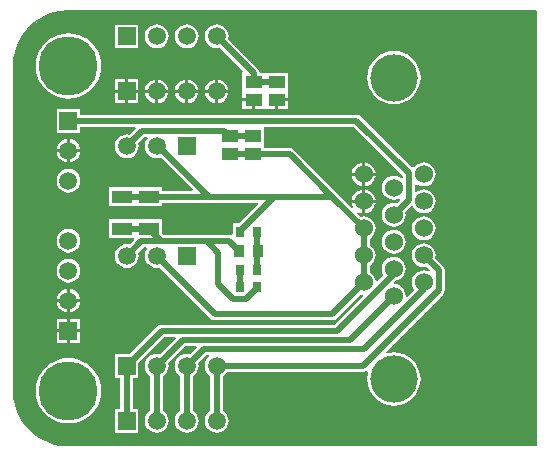
<source format=gtl>
%FSDAX24Y24*%
%MOIN*%
%SFA1B1*%

%IPPOS*%
%ADD10R,0.037400X0.039400*%
%ADD11R,0.027600X0.035400*%
%ADD12R,0.055100X0.043300*%
%ADD13R,0.066900X0.043300*%
%ADD14C,0.020000*%
%ADD15C,0.157500*%
%ADD16C,0.060000*%
%ADD17R,0.059100X0.059100*%
%ADD18C,0.059100*%
%ADD19R,0.059100X0.059100*%
%ADD20C,0.196900*%
%ADD21C,0.010000*%
%ADD23C,0.005000*%
%ADD34C,0.040000*%
%ADD35C,0.080000*%
%LNdistro_layout_top_buck-1*%
%LPD*%
G54D23*
X-000001Y012649D02*
X015570D01*
Y-001822*
X-000001*
X-000007Y-001822*
X-000237Y-001808*
X-000472Y-001761*
X-000698Y-001684*
X-000911Y-001579*
X-001110Y-001447*
X-001289Y-001289*
X-001447Y-001110*
X-001579Y-000911*
X-001684Y-000698*
X-001761Y-000472*
X-001808Y-000237*
X-001822Y-000007*
X-001822Y-000001*
Y010828*
X-001822Y010834*
X-001808Y011064*
X-001761Y011298*
X-001684Y011524*
X-001579Y011738*
X-001447Y011936*
X-001289Y012116*
X-001110Y012274*
X-000911Y012406*
X-000698Y012511*
X-000472Y012588*
X-000237Y012635*
X-000007Y012649*
X-000001Y012649*
G54D21*
X-000005Y012599D02*
X015520D01*
Y-001772*
X-000005*
X-000009Y-001772*
X-000231Y-001758*
X-000459Y-001713*
X-000679Y-001638*
X-000886Y-001535*
X-001080Y-001407*
X-001253Y-001253*
X-001407Y-001080*
X-001535Y-000886*
X-001638Y-000679*
X-001713Y-000459*
X-001758Y-000231*
X-001772Y-000009*
X-001772Y-000005*
Y010832*
X-001772Y010836*
X-001758Y011058*
X-001713Y011285*
X-001638Y011505*
X-001535Y011713*
X-001407Y011906*
X-001253Y012080*
X-001080Y012234*
X-000886Y012362*
X-000679Y012465*
X-000459Y012540*
X-000231Y012585*
X-000009Y012599*
X-000005Y012599*
G54D14*
X-000012Y012499D02*
X015420D01*
Y-001672*
X-000012*
X-000013Y-001672*
X-000218Y-001659*
X-000433Y-001616*
X-000640Y-001546*
X-000836Y-001449*
X-001019Y-001327*
X-001183Y-001183*
X-001327Y-001019*
X-001449Y-000836*
X-001546Y-000640*
X-001616Y-000433*
X-001659Y-000218*
X-001672Y-000013*
X-001672Y-000012*
Y010839*
X-001672Y010840*
X-001659Y011045*
X-001616Y011259*
X-001545Y011466*
X-001449Y011663*
X-001327Y011845*
X-001182Y012010*
X-001019Y012154*
X-000836Y012276*
X-000640Y012373*
X-000433Y012443*
X-000218Y012486*
X-000013Y012499*
X-000012Y012499*
G54D34*
X-000025Y012299D02*
X015220D01*
Y-001472*
X-000025*
X-000020Y-001471*
X-000192Y-001460*
X-000381Y-001422*
X-000563Y-001360*
X-000736Y-001275*
X-000897Y-001168*
X-001041Y-001041*
X-001168Y-000897*
X-001275Y-000736*
X-001360Y-000563*
X-001422Y-000381*
X-001460Y-000192*
X-001471Y-000020*
X-001472Y-000025*
Y010852*
X-001471Y010847*
X-001460Y011019*
X-001423Y011207*
X-001360Y011390*
X-001275Y011563*
X-001168Y011723*
X-001040Y011868*
X-000897Y011995*
X-000736Y012102*
X-000563Y012187*
X-000381Y012249*
X-000192Y012287*
X-000020Y012298*
X-000025Y012299*
G54D35*
X005860Y011899D02*
X014820D01*
Y-001071*
X005860*
X003988Y-001327*
X-000140Y-001062*
X-000278Y-001035*
X-000409Y-000990*
X-000536Y-000928*
X-000652Y-000850*
X-000757Y-000757*
X-000850Y-000652*
X-000928Y-000536*
X-000990Y-000409*
X-001035Y-000278*
X-001062Y-000140*
X-001327Y003988*
X-001072Y005860*
Y004966*
X-001327Y006837*
X-001062Y010967*
X-001035Y011103*
X-000990Y011236*
X-000928Y011363*
X-000850Y011479*
X-000757Y011585*
X-000652Y011677*
X-000536Y011755*
X-000409Y011817*
X-000278Y011862*
X-000140Y011889*
X003988Y012154*
X005860Y011899*
X-000520Y-000920D02*
X014820D01*
X-000920Y-000120D02*
X014820D01*
X-000920Y000680D02*
X014820D01*
X-001120Y001480D02*
X014820D01*
X-001120Y002280D02*
X014820D01*
X-001120Y003080D02*
X014820D01*
X-001120Y003880D02*
X014820D01*
X-001120Y004680D02*
X014820D01*
X-001120Y005480D02*
X014820D01*
X-001120Y006280D02*
X014820D01*
X-001120Y007080D02*
X014820D01*
X-001120Y007880D02*
X014820D01*
X-001120Y008680D02*
X014820D01*
X-001120Y009480D02*
X014820D01*
X-000920Y010280D02*
X014820D01*
X-000920Y011080D02*
X014820D01*
X-000120Y011880D02*
X014820D01*
%LNdistro_layout_top_buck-2*%
%LPC*%
G36*
X009893Y006710D02*
Y006363D01*
X010239*
X010232Y006418*
X010192Y006515*
X010128Y006599*
X010044Y006663*
X009947Y006703*
X009893Y006710*
G37*
G36*
X000000Y007399D02*
X-000103Y007385D01*
X-000199Y007345*
X-000282Y007282*
X-000345Y007199*
X-000385Y007103*
X-000399Y007000*
X-000385Y006897*
X-000345Y006801*
X-000282Y006718*
X-000199Y006655*
X-000103Y006615*
X000000Y006601*
X000103Y006615*
X000199Y006655*
X000282Y006718*
X000345Y006801*
X000385Y006897*
X000399Y007000*
X000385Y007103*
X000345Y007199*
X000282Y007282*
X000199Y007345*
X000103Y007385*
X000000Y007399*
G37*
G36*
X009793Y007163D02*
X009446D01*
X009453Y007109*
X009493Y007012*
X009557Y006928*
X009641Y006864*
X009738Y006824*
X009793Y006817*
Y007163*
G37*
G36*
X011843Y005817D02*
X011738Y005803D01*
X011641Y005763*
X011557Y005699*
X011493Y005615*
X011453Y005518*
X011439Y005413*
X011453Y005309*
X011493Y005212*
X011557Y005128*
X011641Y005064*
X011738Y005024*
X011843Y005010*
X011947Y005024*
X012044Y005064*
X012128Y005128*
X012192Y005212*
X012232Y005309*
X012246Y005413*
X012232Y005518*
X012192Y005615*
X012128Y005699*
X012044Y005763*
X011947Y005803*
X011843Y005817*
G37*
G36*
X010239Y006263D02*
X009893D01*
Y005917*
X009947Y005924*
X010044Y005964*
X010128Y006028*
X010192Y006112*
X010232Y006209*
X010239Y006263*
G37*
G36*
X009793Y006710D02*
X009738Y006703D01*
X009641Y006663*
X009557Y006599*
X009493Y006515*
X009453Y006418*
X009446Y006363*
X009793*
Y006710*
G37*
G36*
X009893Y007610D02*
Y007263D01*
X010239*
X010232Y007318*
X010192Y007415*
X010128Y007499*
X010044Y007563*
X009947Y007603*
X009893Y007610*
G37*
G36*
X-000050Y007950D02*
X-000392D01*
X-000385Y007897*
X-000345Y007801*
X-000282Y007718*
X-000199Y007655*
X-000103Y007615*
X-000050Y007608*
Y007950*
G37*
G36*
X000392D02*
X000050D01*
Y007608*
X000103Y007615*
X000199Y007655*
X000282Y007718*
X000345Y007801*
X000385Y007897*
X000392Y007950*
G37*
G36*
X010239Y007163D02*
X009893D01*
Y006817*
X009947Y006824*
X010044Y006864*
X010128Y006928*
X010192Y007012*
X010232Y007109*
X010239Y007163*
G37*
G36*
X000395Y009395D02*
X-000395D01*
Y008605*
X000395*
Y008796*
X002229*
X002248Y008750*
X002034Y008537*
X001937Y008549*
X001834Y008536*
X001738Y008496*
X001655Y008433*
X001592Y008350*
X001552Y008254*
X001538Y008151*
X001552Y008048*
X001592Y007951*
X001655Y007869*
X001738Y007805*
X001834Y007766*
X001937Y007752*
X002040Y007766*
X002136Y007805*
X002219Y007869*
X002282Y007951*
X002322Y008048*
X002336Y008151*
X002323Y008248*
X002534Y008460*
X002613*
X002638Y008410*
X002592Y008350*
X002552Y008254*
X002538Y008151*
X002552Y008048*
X002592Y007951*
X002655Y007869*
X002738Y007805*
X002834Y007766*
X002937Y007752*
X003040Y007766*
X003080Y007782*
X004143Y006719*
X004124Y006672*
X003113*
Y006785*
X002244*
X002226*
X001357*
Y006152*
X002226*
X002244*
X003113*
Y006265*
X006308*
X006327Y006218*
X005686Y005577*
X005467*
Y005209*
X005417Y005178*
X005358Y005190*
X003183*
X003113Y005259*
Y005722*
X002244*
X002226*
X001357*
Y005089*
X002176*
X002197Y005039*
X002034Y004876*
X001937Y004889*
X001834Y004876*
X001738Y004836*
X001655Y004772*
X001592Y004690*
X001552Y004594*
X001538Y004490*
X001552Y004387*
X001592Y004291*
X001655Y004209*
X001738Y004145*
X001834Y004105*
X001937Y004092*
X002040Y004105*
X002136Y004145*
X002219Y004209*
X002282Y004291*
X002322Y004387*
X002336Y004490*
X002323Y004588*
X002517Y004782*
X002599*
X002624Y004732*
X002592Y004690*
X002552Y004594*
X002538Y004490*
X002552Y004387*
X002592Y004291*
X002655Y004209*
X002738Y004145*
X002834Y004105*
X002937Y004092*
X003034Y004105*
X004723Y002416*
X004789Y002372*
X004867Y002356*
X008789*
X008867Y002372*
X008934Y002416*
X009741Y003223*
X009794Y003216*
X009811Y003164*
X008852Y002204*
X003107*
X003029Y002188*
X002963Y002144*
X002044Y001225*
X001542*
Y000435*
X001733*
Y-000605*
X001542*
Y-001395*
X002332*
Y-000605*
X002141*
Y000435*
X002332*
Y000937*
X003191Y001796*
X003549*
X003568Y001750*
X003034Y001216*
X002937Y001229*
X002834Y001215*
X002738Y001175*
X002655Y001112*
X002592Y001029*
X002552Y000933*
X002538Y000830*
X002552Y000727*
X002592Y000631*
X002655Y000548*
X002733Y000488*
Y-000658*
X002655Y-000718*
X002592Y-000801*
X002552Y-000897*
X002538Y-001000*
X002552Y-001103*
X002592Y-001199*
X002655Y-001282*
X002738Y-001345*
X002834Y-001385*
X002937Y-001399*
X003040Y-001385*
X003136Y-001345*
X003219Y-001282*
X003282Y-001199*
X003322Y-001103*
X003336Y-001000*
X003322Y-000897*
X003282Y-000801*
X003219Y-000718*
X003141Y-000658*
Y000488*
X003219Y000548*
X003282Y000631*
X003322Y000727*
X003336Y000830*
X003323Y000928*
X003891Y001496*
X004249*
X004268Y001450*
X004034Y001216*
X003937Y001229*
X003834Y001215*
X003738Y001175*
X003655Y001112*
X003592Y001029*
X003552Y000933*
X003538Y000830*
X003552Y000727*
X003592Y000631*
X003655Y000548*
X003733Y000488*
Y-000658*
X003655Y-000718*
X003592Y-000801*
X003552Y-000897*
X003538Y-001000*
X003552Y-001103*
X003592Y-001199*
X003655Y-001282*
X003738Y-001345*
X003834Y-001385*
X003937Y-001399*
X004040Y-001385*
X004136Y-001345*
X004219Y-001282*
X004282Y-001199*
X004322Y-001103*
X004336Y-001000*
X004322Y-000897*
X004282Y-000801*
X004219Y-000718*
X004141Y-000658*
Y000488*
X004219Y000548*
X004282Y000631*
X004322Y000727*
X004336Y000830*
X004323Y000928*
X004591Y001196*
X004682*
X004699Y001146*
X004655Y001112*
X004592Y001029*
X004552Y000933*
X004538Y000830*
X004552Y000727*
X004592Y000631*
X004655Y000548*
X004733Y000488*
Y-000658*
X004655Y-000718*
X004592Y-000801*
X004552Y-000897*
X004538Y-001000*
X004552Y-001103*
X004592Y-001199*
X004655Y-001282*
X004738Y-001345*
X004834Y-001385*
X004937Y-001399*
X005040Y-001385*
X005136Y-001345*
X005219Y-001282*
X005282Y-001199*
X005322Y-001103*
X005336Y-001000*
X005322Y-000897*
X005282Y-000801*
X005219Y-000718*
X005141Y-000658*
Y000488*
X005219Y000548*
X005279Y000626*
X009830*
X009908Y000642*
X009947Y000667*
X009989Y000636*
X009968Y000566*
X009951Y000392*
X009968Y000218*
X010019Y000050*
X010101Y-000104*
X010212Y-000239*
X010347Y-000350*
X010501Y-000432*
X010669Y-000483*
X010843Y-000500*
X011016Y-000483*
X011184Y-000432*
X011338Y-000350*
X011473Y-000239*
X011584Y-000104*
X011666Y000050*
X011717Y000218*
X011734Y000392*
X011717Y000566*
X011666Y000733*
X011584Y000887*
X011473Y001022*
X011338Y001133*
X011184Y001216*
X011016Y001266*
X010843Y001283*
X010669Y001266*
X010604Y001247*
X010578Y001289*
X012487Y003198*
X012531Y003264*
X012546Y003343*
Y004013*
X012531Y004091*
X012487Y004158*
X012233Y004412*
X012246Y004513*
X012232Y004618*
X012192Y004715*
X012128Y004799*
X012044Y004863*
X011947Y004903*
X011843Y004917*
X011738Y004903*
X011641Y004863*
X011557Y004799*
X011493Y004715*
X011453Y004618*
X011439Y004513*
X011453Y004409*
X011493Y004312*
X011557Y004228*
X011641Y004164*
X011738Y004124*
X011843Y004110*
X011944Y004123*
X012055Y004012*
X012027Y003970*
X011947Y004003*
X011843Y004017*
X011738Y004003*
X011641Y003963*
X011557Y003899*
X011493Y003815*
X011453Y003718*
X011439Y003613*
X011453Y003509*
X011493Y003412*
X011528Y003366*
X011289Y003127*
X011244Y003149*
X011246Y003163*
X011232Y003268*
X011192Y003365*
X011128Y003449*
X011044Y003513*
X010947Y003553*
X010860Y003565*
X010838Y003613*
X010891Y003666*
X010947Y003674*
X011044Y003714*
X011128Y003778*
X011192Y003862*
X011232Y003959*
X011246Y004063*
X011232Y004168*
X011192Y004265*
X011128Y004349*
X011044Y004413*
X010947Y004453*
X010843Y004467*
X010738Y004453*
X010641Y004413*
X010557Y004349*
X010493Y004265*
X010453Y004168*
X010439Y004063*
X010453Y003959*
X010493Y003862*
X010500Y003852*
X010292Y003644*
X010240Y003662*
X010232Y003718*
X010192Y003815*
X010128Y003899*
X010046Y003961*
Y004166*
X010128Y004228*
X010192Y004312*
X010232Y004409*
X010246Y004513*
X010232Y004618*
X010192Y004715*
X010128Y004799*
X010046Y004861*
Y005066*
X010128Y005128*
X010192Y005212*
X010232Y005309*
X010246Y005413*
X010232Y005518*
X010192Y005615*
X010128Y005699*
X010044Y005763*
X009947Y005803*
X009843Y005817*
X009741Y005803*
X009630Y005914*
X009658Y005957*
X009738Y005924*
X009793Y005917*
Y006263*
X009446*
X009453Y006209*
X009486Y006129*
X009444Y006101*
X008932Y006613*
X007513Y008031*
X007447Y008075*
X007369Y008091*
X006526*
Y008794*
X006575Y008796*
X009516*
X011139Y007173*
Y007103*
X011089Y007079*
X011044Y007113*
X010947Y007153*
X010843Y007167*
X010738Y007153*
X010641Y007113*
X010557Y007049*
X010493Y006965*
X010453Y006868*
X010439Y006763*
X010453Y006659*
X010493Y006562*
X010557Y006478*
X010641Y006414*
X010738Y006374*
X010843Y006360*
X010947Y006374*
X011027Y006407*
X011055Y006364*
X010944Y006253*
X010843Y006267*
X010738Y006253*
X010641Y006213*
X010557Y006149*
X010493Y006065*
X010453Y005968*
X010439Y005863*
X010453Y005759*
X010493Y005662*
X010557Y005578*
X010641Y005514*
X010738Y005474*
X010843Y005460*
X010947Y005474*
X011044Y005514*
X011128Y005578*
X011192Y005662*
X011232Y005759*
X011246Y005863*
X011233Y005965*
X011428Y006160*
X011477Y006151*
X011493Y006112*
X011557Y006028*
X011641Y005964*
X011738Y005924*
X011843Y005910*
X011947Y005924*
X012044Y005964*
X012128Y006028*
X012192Y006112*
X012232Y006209*
X012246Y006313*
X012232Y006418*
X012192Y006515*
X012128Y006599*
X012044Y006663*
X011947Y006703*
X011843Y006717*
X011738Y006703*
X011641Y006663*
X011596Y006629*
X011546Y006653*
Y006873*
X011596Y006898*
X011641Y006864*
X011738Y006824*
X011843Y006810*
X011947Y006824*
X012044Y006864*
X012128Y006928*
X012192Y007012*
X012232Y007109*
X012246Y007213*
X012232Y007318*
X012192Y007415*
X012128Y007499*
X012044Y007563*
X011947Y007603*
X011843Y007617*
X011738Y007603*
X011641Y007563*
X011557Y007499*
X011515Y007444*
X011452Y007437*
X011451Y007438*
X009744Y009144*
X009678Y009188*
X009600Y009204*
X000395*
Y009395*
G37*
G36*
X009793Y007610D02*
X009738Y007603D01*
X009641Y007563*
X009557Y007499*
X009493Y007415*
X009453Y007318*
X009446Y007263*
X009793*
Y007610*
G37*
G36*
X-000050Y002395D02*
X-000395D01*
Y002050*
X-000050*
Y002395*
G37*
G36*
X000395D02*
X000050D01*
Y002050*
X000395*
Y002395*
G37*
G36*
X-000050Y002950D02*
X-000392D01*
X-000385Y002897*
X-000345Y002801*
X-000282Y002718*
X-000199Y002655*
X-000103Y002615*
X-000050Y002608*
Y002950*
G37*
G36*
X000000Y001088D02*
X-000170Y001074D01*
X-000336Y001034*
X-000494Y000969*
X-000639Y000880*
X-000769Y000769*
X-000880Y000639*
X-000969Y000494*
X-001034Y000336*
X-001074Y000170*
X-001088Y000000*
X-001074Y-000170*
X-001034Y-000336*
X-000969Y-000494*
X-000880Y-000639*
X-000769Y-000769*
X-000639Y-000880*
X-000494Y-000969*
X-000336Y-001034*
X-000170Y-001074*
X000000Y-001088*
X000170Y-001074*
X000336Y-001034*
X000494Y-000969*
X000639Y-000880*
X000769Y-000769*
X000880Y-000639*
X000969Y-000494*
X001034Y-000336*
X001074Y-000170*
X001088Y000000*
X001074Y000170*
X001034Y000336*
X000969Y000494*
X000880Y000639*
X000769Y000769*
X000639Y000880*
X000494Y000969*
X000336Y001034*
X000170Y001074*
X000000Y001088*
G37*
G36*
X-000050Y001950D02*
X-000395D01*
Y001605*
X-000050*
Y001950*
G37*
G36*
X000395D02*
X000050D01*
Y001605*
X000395*
Y001950*
G37*
G36*
X000000Y004399D02*
X-000103Y004385D01*
X-000199Y004345*
X-000282Y004282*
X-000345Y004199*
X-000385Y004103*
X-000399Y004000*
X-000385Y003897*
X-000345Y003801*
X-000282Y003718*
X-000199Y003655*
X-000103Y003615*
X000000Y003601*
X000103Y003615*
X000199Y003655*
X000282Y003718*
X000345Y003801*
X000385Y003897*
X000399Y004000*
X000385Y004103*
X000345Y004199*
X000282Y004282*
X000199Y004345*
X000103Y004385*
X000000Y004399*
G37*
G36*
X010843Y005367D02*
X010738Y005353D01*
X010641Y005313*
X010557Y005249*
X010493Y005165*
X010453Y005068*
X010439Y004963*
X010453Y004859*
X010493Y004762*
X010557Y004678*
X010641Y004614*
X010738Y004574*
X010843Y004560*
X010947Y004574*
X011044Y004614*
X011128Y004678*
X011192Y004762*
X011232Y004859*
X011246Y004963*
X011232Y005068*
X011192Y005165*
X011128Y005249*
X011044Y005313*
X010947Y005353*
X010843Y005367*
G37*
G36*
X000000Y005399D02*
X-000103Y005385D01*
X-000199Y005345*
X-000282Y005282*
X-000345Y005199*
X-000385Y005103*
X-000399Y005000*
X-000385Y004897*
X-000345Y004801*
X-000282Y004718*
X-000199Y004655*
X-000103Y004615*
X000000Y004601*
X000103Y004615*
X000199Y004655*
X000282Y004718*
X000345Y004801*
X000385Y004897*
X000399Y005000*
X000385Y005103*
X000345Y005199*
X000282Y005282*
X000199Y005345*
X000103Y005385*
X000000Y005399*
G37*
G36*
X000392Y002950D02*
X000050D01*
Y002608*
X000103Y002615*
X000199Y002655*
X000282Y002718*
X000345Y002801*
X000385Y002897*
X000392Y002950*
G37*
G36*
X-000050Y003392D02*
X-000103Y003385D01*
X-000199Y003345*
X-000282Y003282*
X-000345Y003199*
X-000385Y003103*
X-000392Y003050*
X-000050*
Y003392*
G37*
G36*
X000050D02*
Y003050D01*
X000392*
X000385Y003103*
X000345Y003199*
X000282Y003282*
X000199Y003345*
X000103Y003385*
X000050Y003392*
G37*
G36*
X-000050Y008392D02*
X-000103Y008385D01*
X-000199Y008345*
X-000282Y008282*
X-000345Y008199*
X-000385Y008103*
X-000392Y008050*
X-000050*
Y008392*
G37*
G36*
X002887Y010373D02*
X002834Y010366D01*
X002738Y010326*
X002655Y010263*
X002592Y010180*
X002552Y010084*
X002545Y010031*
X002887*
Y010373*
G37*
G36*
X002987D02*
Y010031D01*
X003329*
X003322Y010084*
X003282Y010180*
X003219Y010263*
X003136Y010326*
X003040Y010366*
X002987Y010373*
G37*
G36*
X003887D02*
X003834Y010366D01*
X003738Y010326*
X003655Y010263*
X003592Y010180*
X003552Y010084*
X003545Y010031*
X003887*
Y010373*
G37*
G36*
X000000Y011914D02*
X-000170Y011901D01*
X-000336Y011861*
X-000494Y011796*
X-000639Y011707*
X-000769Y011596*
X-000880Y011466*
X-000969Y011321*
X-001034Y011163*
X-001074Y010997*
X-001088Y010827*
X-001074Y010657*
X-001034Y010491*
X-000969Y010333*
X-000880Y010187*
X-000769Y010058*
X-000639Y009947*
X-000494Y009858*
X-000336Y009792*
X-000170Y009753*
X000000Y009739*
X000170Y009753*
X000336Y009792*
X000494Y009858*
X000639Y009947*
X000769Y010058*
X000880Y010187*
X000969Y010333*
X001034Y010491*
X001074Y010657*
X001088Y010827*
X001074Y010997*
X001034Y011163*
X000969Y011321*
X000880Y011466*
X000769Y011596*
X000639Y011707*
X000494Y011796*
X000336Y011861*
X000170Y011901*
X000000Y011914*
G37*
G36*
X001887Y010376D02*
X001542D01*
Y010031*
X001887*
Y010376*
G37*
G36*
X002332D02*
X001987D01*
Y010031*
X002332*
Y010376*
G37*
G36*
X002937Y012210D02*
X002834Y012196D01*
X002738Y012156*
X002655Y012093*
X002592Y012010*
X002552Y011914*
X002538Y011811*
X002552Y011708*
X002592Y011612*
X002655Y011529*
X002738Y011466*
X002834Y011426*
X002937Y011412*
X003040Y011426*
X003136Y011466*
X003219Y011529*
X003282Y011612*
X003322Y011708*
X003336Y011811*
X003322Y011914*
X003282Y012010*
X003219Y012093*
X003136Y012156*
X003040Y012196*
X002937Y012210*
G37*
G36*
X003937D02*
X003834Y012196D01*
X003738Y012156*
X003655Y012093*
X003592Y012010*
X003552Y011914*
X003538Y011811*
X003552Y011708*
X003592Y011612*
X003655Y011529*
X003738Y011466*
X003834Y011426*
X003937Y011412*
X004040Y011426*
X004136Y011466*
X004219Y011529*
X004282Y011612*
X004322Y011708*
X004336Y011811*
X004322Y011914*
X004282Y012010*
X004219Y012093*
X004136Y012156*
X004040Y012196*
X003937Y012210*
G37*
G36*
X002332Y012206D02*
X001542D01*
Y011416*
X002332*
Y012206*
G37*
G36*
X003987Y010373D02*
Y010031D01*
X004329*
X004322Y010084*
X004282Y010180*
X004219Y010263*
X004136Y010326*
X004040Y010366*
X003987Y010373*
G37*
G36*
X004887D02*
X004834Y010366D01*
X004738Y010326*
X004655Y010263*
X004592Y010180*
X004552Y010084*
X004545Y010031*
X004887*
Y010373*
G37*
G36*
X004987D02*
Y010031D01*
X005329*
X005322Y010084*
X005282Y010180*
X005219Y010263*
X005136Y010326*
X005040Y010366*
X004987Y010373*
G37*
G36*
X005329Y009931D02*
X004987D01*
Y009589*
X005040Y009596*
X005136Y009636*
X005219Y009699*
X005282Y009782*
X005322Y009878*
X005329Y009931*
G37*
G36*
X007314Y009648D02*
X006988D01*
Y009382*
X007314*
Y009648*
G37*
G36*
X010843Y011327D02*
X010669Y011310D01*
X010501Y011259*
X010347Y011176*
X010212Y011066*
X010101Y010930*
X010019Y010776*
X009968Y010609*
X009951Y010435*
X009968Y010261*
X010019Y010094*
X010101Y009940*
X010212Y009805*
X010347Y009694*
X010501Y009611*
X010669Y009560*
X010843Y009543*
X011016Y009560*
X011184Y009611*
X011338Y009694*
X011473Y009805*
X011584Y009940*
X011666Y010094*
X011717Y010261*
X011734Y010435*
X011717Y010609*
X011666Y010776*
X011584Y010930*
X011473Y011066*
X011338Y011176*
X011184Y011259*
X011016Y011310*
X010843Y011327*
G37*
G36*
X001887Y009931D02*
X001542D01*
Y009586*
X001887*
Y009931*
G37*
G36*
X000050Y008392D02*
Y008050D01*
X000392*
X000385Y008103*
X000345Y008199*
X000282Y008282*
X000199Y008345*
X000103Y008385*
X000050Y008392*
G37*
G36*
X004937Y012210D02*
X004834Y012196D01*
X004738Y012156*
X004655Y012093*
X004592Y012010*
X004552Y011914*
X004538Y011811*
X004552Y011708*
X004592Y011612*
X004655Y011529*
X004738Y011466*
X004834Y011426*
X004937Y011412*
X005034Y011425*
X005811Y010648*
X005793Y010605*
Y009972*
Y009748*
X006169*
Y009698*
X006219*
Y009382*
X006545*
Y009381*
X006563*
Y009382*
X006888*
Y009698*
X006938*
Y009748*
X007314*
Y009972*
Y010605*
X006563*
X006545*
X006368*
X006357Y010657*
X006313Y010723*
X005323Y011714*
X005336Y011811*
X005322Y011914*
X005282Y012010*
X005219Y012093*
X005136Y012156*
X005040Y012196*
X004937Y012210*
G37*
G36*
X006119Y009648D02*
X005793D01*
Y009382*
X006119*
Y009648*
G37*
G36*
X003887Y009931D02*
X003545D01*
X003552Y009878*
X003592Y009782*
X003655Y009699*
X003738Y009636*
X003834Y009596*
X003887Y009589*
Y009931*
G37*
G36*
X004329D02*
X003987D01*
Y009589*
X004040Y009596*
X004136Y009636*
X004219Y009699*
X004282Y009782*
X004322Y009878*
X004329Y009931*
G37*
G36*
X004887D02*
X004545D01*
X004552Y009878*
X004592Y009782*
X004655Y009699*
X004738Y009636*
X004834Y009596*
X004887Y009589*
Y009931*
G37*
G36*
X002332D02*
X001987D01*
Y009586*
X002332*
Y009931*
G37*
G36*
X002887D02*
X002545D01*
X002552Y009878*
X002592Y009782*
X002655Y009699*
X002738Y009636*
X002834Y009596*
X002887Y009589*
Y009931*
G37*
G36*
X003329D02*
X002987D01*
Y009589*
X003040Y009596*
X003136Y009636*
X003219Y009699*
X003282Y009782*
X003322Y009878*
X003329Y009931*
G37*
%LNdistro_layout_top_buck-3*%
%LPD*%
G54D10*
X005685Y004659D03*
X006315D03*
G54D11*
X006295Y003445D03*
X005705D03*
Y004017D03*
X006295D03*
Y005300D03*
X005705D03*
G54D12*
X006150Y007887D03*
Y008478D03*
X005381Y007887D03*
Y008478D03*
X006169Y009698D03*
Y010289D03*
X006938Y009698D03*
Y010289D03*
G54D13*
X001791Y005405D03*
Y006468D03*
X002679Y005405D03*
Y006468D03*
G54D14*
X003937Y000830D02*
X004507Y001400D01*
X001937Y000830D02*
X003107Y002000D01*
X002937Y000830D02*
X003807Y001700D01*
X004937Y000830D02*
X009830D01*
X005358Y004986D02*
X005685Y004659D01*
X004614Y004986D02*
X005358D01*
X001937Y004490D02*
X002432Y004986D01*
X004614D02*
X005000Y004600D01*
Y003552D02*
Y004600D01*
Y003552D02*
X005484Y003067D01*
X005891*
X005908Y003050*
X006295Y003437*
Y003445*
X005705D02*
D01*
Y004017*
X006295D02*
D01*
X005705Y005300D02*
X005713Y005308D01*
X006169Y010289D02*
X006938D01*
X006169D02*
Y010579D01*
X004937Y011811D02*
X006169Y010579D01*
X006150Y007887D02*
X007369D01*
X005381D02*
X006150D01*
X005381Y008478D02*
X006150D01*
X001937Y008151D02*
X002450Y008664D01*
X004937Y-001000D02*
Y000830D01*
X003937Y-001000D02*
Y000830D01*
X002937Y-001000D02*
Y000830D01*
X001937Y-001000D02*
Y000830D01*
X012343Y003343D02*
Y004013D01*
X009830Y000830D02*
X012343Y003343D01*
X011843Y004513D02*
X012343Y004013D01*
X011843Y003393D02*
Y003613D01*
X009850Y001400D02*
X011843Y003393D01*
X009379Y001700D02*
X010843Y003163D01*
X003807Y001700D02*
X009379D01*
X004507Y001400D02*
X009850D01*
X008936Y002000D02*
X010843Y003906D01*
X003107Y002000D02*
X008936D01*
X009843Y004513D02*
Y005413D01*
Y003613D02*
Y004513D01*
X008789Y002560D02*
X009843Y003613D01*
X004867Y002560D02*
X008789D01*
X010843Y003906D02*
Y004063D01*
Y005863D02*
X011343Y006363D01*
Y007257*
X009600Y009000D02*
X011343Y007257D01*
X005194Y008664D02*
X005381Y008478D01*
X000000Y009000D02*
X009600D01*
X002450Y008664D02*
X005194D01*
X002937Y008151D02*
X002999D01*
X005705Y005300D02*
Y005307D01*
X002937Y004490D02*
X004867Y002560D01*
X006295Y004017D02*
Y005300D01*
X001791Y005405D02*
X002679D01*
X003099Y004986*
X004614*
X002432D02*
X003099D01*
X001791Y006468D02*
X002679D01*
X004682*
X002999Y008151D02*
X004682Y006468D01*
X005705Y005307D02*
X006866Y006468D01*
X004682D02*
X006866D01*
X008787*
X009843Y005413*
X007369Y007887D02*
X008787Y006468D01*
G54D15*
X010843Y000392D03*
Y010435D03*
G54D16*
X009843Y003613D03*
Y005413D03*
Y004513D03*
Y006313D03*
Y007213D03*
X010843Y006763D03*
Y005863D03*
Y004063D03*
Y004963D03*
Y003163D03*
X011843Y007213D03*
Y006313D03*
Y004513D03*
Y005413D03*
Y003613D03*
G54D17*
X001937Y011811D03*
Y009981D03*
X003937Y004490D03*
Y008151D03*
X001937Y-001000D03*
Y000830D03*
G54D18*
X002937Y011811D03*
X003937D03*
X004937D03*
X000000Y003000D03*
Y004000D03*
Y005000D03*
X002937Y009981D03*
X003937D03*
X004937D03*
X000000Y007000D03*
Y008000D03*
X001937Y004490D03*
X002937D03*
X001937Y008151D03*
X002937D03*
Y-001000D03*
X003937D03*
X004937D03*
X002937Y000830D03*
X003937D03*
X004937D03*
G54D19*
X000000Y002000D03*
Y009000D03*
G54D20*
X000000Y010827D03*
Y000000D03*
M02*
</source>
